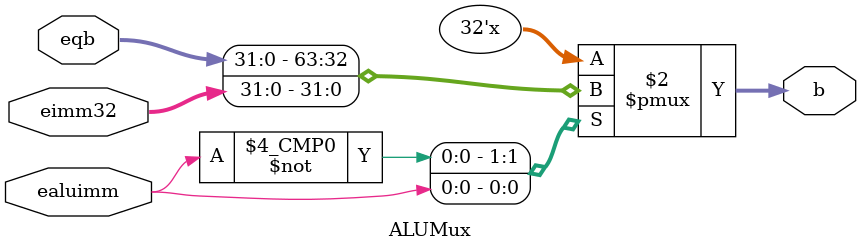
<source format=v>
`timescale 1ns / 1ps


module ALUMux(
    input [31:0] eqb,    // Input B data from the ALU
    input [31:0] eimm32, // Immediate value from the pipeline
    input ealuimm,        // Mux control signal
    output reg [31:0] b  // Output data selected by the Mux
);

always @(*) begin
    case(ealuimm)
        1'b0: // Select eqb as the output
            begin
                b <= eqb; // Select eqb when ealuimm is 0.
            end
        1'b1: // Select eimm32 as the output
            begin
                b <= eimm32; // Select eimm32 when ealuimm is 1.
            end
    endcase
end

endmodule

</source>
